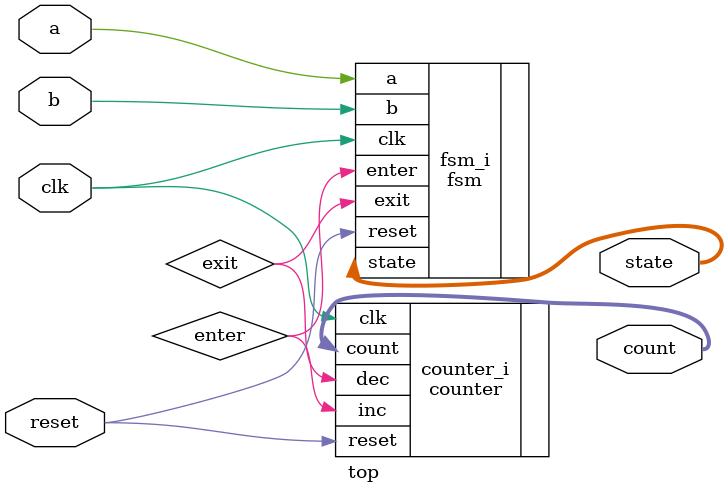
<source format=v>
`timescale 1ns / 1ps


module top(
    input        clk,
    input        reset,
    input        a,
    input        b,
    output [3:0] count,
    output [6:0] state
    );

    wire enter, exit;
    
    // FSM detection Enter/Exit events
    fsm fsm_i
        (
        .clk(clk),
        .reset(reset),
        .a(a),
        .b(b),
        .enter(enter),
        .exit(exit),
        .state(state)
        );
    
    // counter to track cars inside carpark
    counter counter_i
        (
        .clk(clk),
        .reset(reset),
        .inc(enter),
        .dec(exit),
        .count(count)
        );
    
endmodule
</source>
